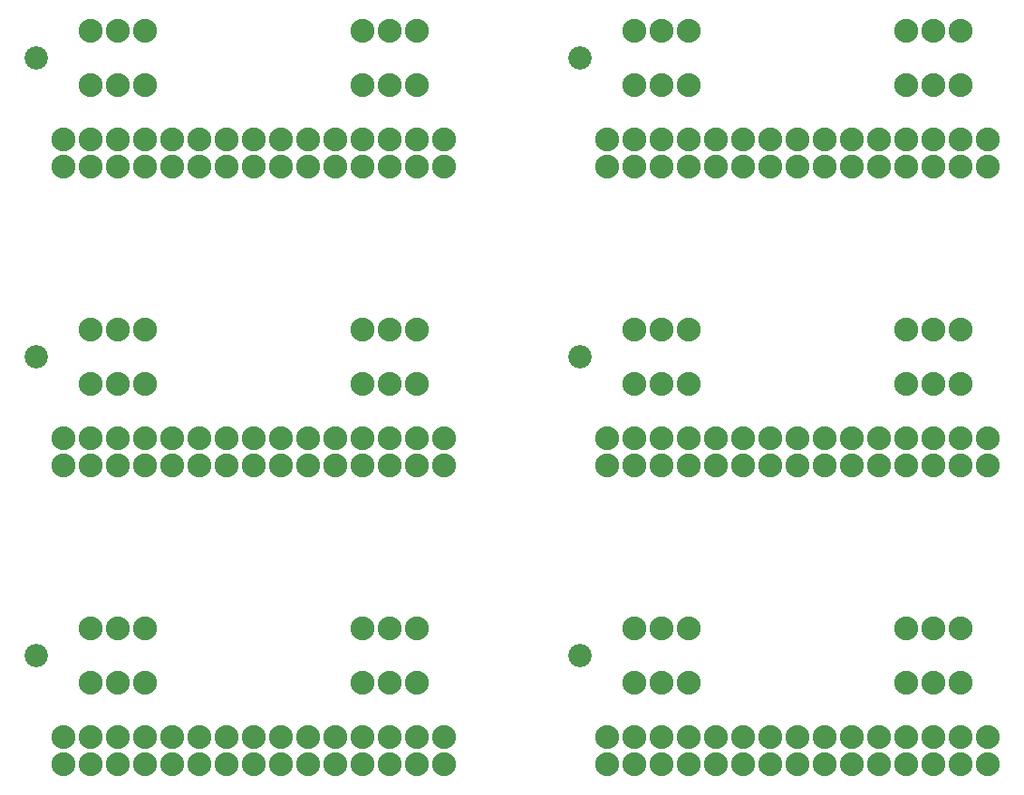
<source format=gbs>
G04 MADE WITH FRITZING*
G04 WWW.FRITZING.ORG*
G04 DOUBLE SIDED*
G04 HOLES PLATED*
G04 CONTOUR ON CENTER OF CONTOUR VECTOR*
%ASAXBY*%
%FSLAX23Y23*%
%MOIN*%
%OFA0B0*%
%SFA1.0B1.0*%
%ADD10C,0.088000*%
%ADD11C,0.085433*%
%LNMASK0*%
G90*
G70*
G54D10*
X353Y968D03*
X453Y968D03*
X553Y968D03*
X1353Y968D03*
X1453Y968D03*
X1553Y968D03*
X1353Y768D03*
X1453Y768D03*
X1553Y768D03*
X3353Y2968D03*
X3453Y2968D03*
X3553Y2968D03*
X1353Y2968D03*
X1453Y2968D03*
X1553Y2968D03*
X3353Y1868D03*
X3453Y1868D03*
X3553Y1868D03*
X1353Y1868D03*
X1453Y1868D03*
X1553Y1868D03*
X3353Y768D03*
X3453Y768D03*
X3553Y768D03*
X353Y768D03*
X453Y768D03*
X553Y768D03*
X2353Y2968D03*
X2453Y2968D03*
X2553Y2968D03*
X353Y2968D03*
X453Y2968D03*
X553Y2968D03*
X353Y1868D03*
X453Y1868D03*
X553Y1868D03*
X2353Y1868D03*
X2453Y1868D03*
X2553Y1868D03*
X2353Y768D03*
X2453Y768D03*
X2553Y768D03*
G54D11*
X153Y3068D03*
X2153Y1968D03*
X153Y1968D03*
X2153Y868D03*
X153Y868D03*
X2153Y3068D03*
G54D10*
X1653Y568D03*
X1553Y568D03*
X1453Y568D03*
X1353Y568D03*
X1253Y568D03*
X1153Y568D03*
X1053Y568D03*
X953Y568D03*
X853Y568D03*
X753Y568D03*
X653Y568D03*
X553Y568D03*
X453Y568D03*
X353Y568D03*
X253Y568D03*
X3653Y2768D03*
X3553Y2768D03*
X3453Y2768D03*
X3353Y2768D03*
X3253Y2768D03*
X3153Y2768D03*
X3053Y2768D03*
X2953Y2768D03*
X2853Y2768D03*
X2753Y2768D03*
X2653Y2768D03*
X2553Y2768D03*
X2453Y2768D03*
X2353Y2768D03*
X2253Y2768D03*
X3653Y1668D03*
X3553Y1668D03*
X3453Y1668D03*
X3353Y1668D03*
X3253Y1668D03*
X3153Y1668D03*
X3053Y1668D03*
X2953Y1668D03*
X2853Y1668D03*
X2753Y1668D03*
X2653Y1668D03*
X2553Y1668D03*
X2453Y1668D03*
X2353Y1668D03*
X2253Y1668D03*
X1653Y2768D03*
X1553Y2768D03*
X1453Y2768D03*
X1353Y2768D03*
X1253Y2768D03*
X1153Y2768D03*
X1053Y2768D03*
X953Y2768D03*
X853Y2768D03*
X753Y2768D03*
X653Y2768D03*
X553Y2768D03*
X453Y2768D03*
X353Y2768D03*
X253Y2768D03*
X1653Y1668D03*
X1553Y1668D03*
X1453Y1668D03*
X1353Y1668D03*
X1253Y1668D03*
X1153Y1668D03*
X1053Y1668D03*
X953Y1668D03*
X853Y1668D03*
X753Y1668D03*
X653Y1668D03*
X553Y1668D03*
X453Y1668D03*
X353Y1668D03*
X253Y1668D03*
X3653Y568D03*
X3553Y568D03*
X3453Y568D03*
X3353Y568D03*
X3253Y568D03*
X3153Y568D03*
X3053Y568D03*
X2953Y568D03*
X2853Y568D03*
X2753Y568D03*
X2653Y568D03*
X2553Y568D03*
X2453Y568D03*
X2353Y568D03*
X2253Y568D03*
X1653Y2668D03*
X1553Y2668D03*
X1453Y2668D03*
X1353Y2668D03*
X1253Y2668D03*
X1153Y2668D03*
X1053Y2668D03*
X953Y2668D03*
X853Y2668D03*
X753Y2668D03*
X653Y2668D03*
X553Y2668D03*
X453Y2668D03*
X353Y2668D03*
X253Y2668D03*
X3653Y1568D03*
X3553Y1568D03*
X3453Y1568D03*
X3353Y1568D03*
X3253Y1568D03*
X3153Y1568D03*
X3053Y1568D03*
X2953Y1568D03*
X2853Y1568D03*
X2753Y1568D03*
X2653Y1568D03*
X2553Y1568D03*
X2453Y1568D03*
X2353Y1568D03*
X2253Y1568D03*
X3653Y2668D03*
X3553Y2668D03*
X3453Y2668D03*
X3353Y2668D03*
X3253Y2668D03*
X3153Y2668D03*
X3053Y2668D03*
X2953Y2668D03*
X2853Y2668D03*
X2753Y2668D03*
X2653Y2668D03*
X2553Y2668D03*
X2453Y2668D03*
X2353Y2668D03*
X2253Y2668D03*
X1653Y468D03*
X1553Y468D03*
X1453Y468D03*
X1353Y468D03*
X1253Y468D03*
X1153Y468D03*
X1053Y468D03*
X953Y468D03*
X853Y468D03*
X753Y468D03*
X653Y468D03*
X553Y468D03*
X453Y468D03*
X353Y468D03*
X253Y468D03*
X1653Y1568D03*
X1553Y1568D03*
X1453Y1568D03*
X1353Y1568D03*
X1253Y1568D03*
X1153Y1568D03*
X1053Y1568D03*
X953Y1568D03*
X853Y1568D03*
X753Y1568D03*
X653Y1568D03*
X553Y1568D03*
X453Y1568D03*
X353Y1568D03*
X253Y1568D03*
X3653Y468D03*
X3553Y468D03*
X3453Y468D03*
X3353Y468D03*
X3253Y468D03*
X3153Y468D03*
X3053Y468D03*
X2953Y468D03*
X2853Y468D03*
X2753Y468D03*
X2653Y468D03*
X2553Y468D03*
X2453Y468D03*
X2353Y468D03*
X2253Y468D03*
X2353Y3168D03*
X2453Y3168D03*
X2553Y3168D03*
X2353Y2068D03*
X2453Y2068D03*
X2553Y2068D03*
X2353Y968D03*
X2453Y968D03*
X2553Y968D03*
X3353Y3168D03*
X3453Y3168D03*
X3553Y3168D03*
X3353Y2068D03*
X3453Y2068D03*
X3553Y2068D03*
X3353Y968D03*
X3453Y968D03*
X3553Y968D03*
X353Y2068D03*
X453Y2068D03*
X553Y2068D03*
X1353Y2068D03*
X1453Y2068D03*
X1553Y2068D03*
X353Y3168D03*
X453Y3168D03*
X553Y3168D03*
X1353Y3168D03*
X1453Y3168D03*
X1553Y3168D03*
G04 End of Mask0*
M02*
</source>
